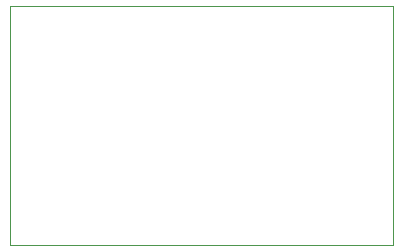
<source format=gm1>
G04 #@! TF.GenerationSoftware,KiCad,Pcbnew,7.0.1*
G04 #@! TF.CreationDate,2023-05-06T21:57:30-07:00*
G04 #@! TF.ProjectId,MAGNETORQUERS,4d41474e-4554-44f5-9251-554552532e6b,rev?*
G04 #@! TF.SameCoordinates,Original*
G04 #@! TF.FileFunction,Profile,NP*
%FSLAX46Y46*%
G04 Gerber Fmt 4.6, Leading zero omitted, Abs format (unit mm)*
G04 Created by KiCad (PCBNEW 7.0.1) date 2023-05-06 21:57:30*
%MOMM*%
%LPD*%
G01*
G04 APERTURE LIST*
G04 #@! TA.AperFunction,Profile*
%ADD10C,0.100000*%
G04 #@! TD*
G04 APERTURE END LIST*
D10*
X124200000Y-76350000D02*
X156600000Y-76350000D01*
X156600000Y-96600000D01*
X124200000Y-96600000D01*
X124200000Y-76350000D01*
M02*

</source>
